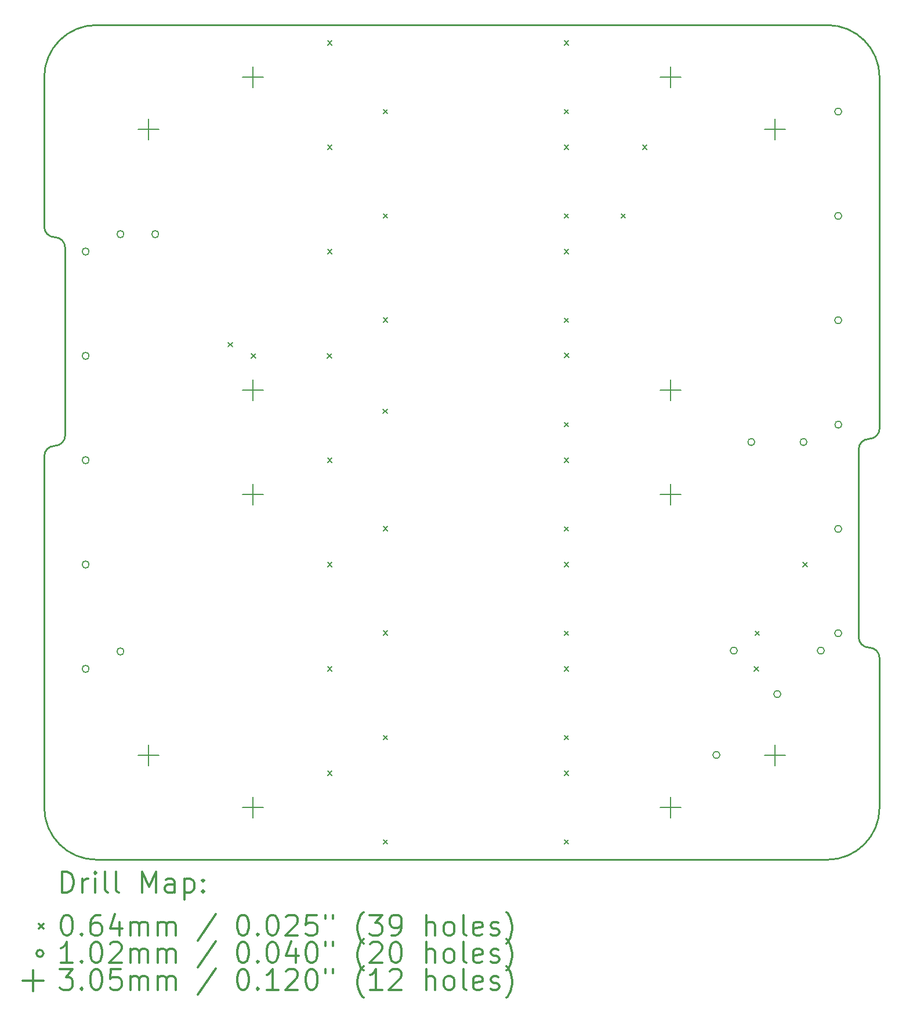
<source format=gbr>
%FSLAX45Y45*%
G04 Gerber Fmt 4.5, Leading zero omitted, Abs format (unit mm)*
G04 Created by KiCad (PCBNEW (2014-12-11 BZR 5320)-product) date Fri Dec 19 11:32:45 2014*
%MOMM*%
G01*
G04 APERTURE LIST*
%ADD10C,0.127000*%
%ADD11C,0.254000*%
%ADD12C,0.200000*%
%ADD13C,0.300000*%
G04 APERTURE END LIST*
D10*
D11*
X14732000Y-11785600D02*
G75*
G03X14579600Y-11633200I-152400J0D01*
G01*
X14427200Y-11480800D02*
G75*
G03X14579600Y-11633200I152400J0D01*
G01*
X14579600Y-8585200D02*
G75*
G03X14427200Y-8737600I0J-152400D01*
G01*
X14579600Y-8585200D02*
G75*
G03X14732000Y-8432800I0J152400D01*
G01*
X2540000Y-5486400D02*
G75*
G03X2692400Y-5638800I152400J0D01*
G01*
X2844800Y-5791200D02*
G75*
G03X2692400Y-5638800I-152400J0D01*
G01*
X2692400Y-8686800D02*
G75*
G03X2540000Y-8839200I0J-152400D01*
G01*
X2692400Y-8686800D02*
G75*
G03X2844800Y-8534400I0J152400D01*
G01*
X14732000Y-8432800D02*
X14732000Y-3302000D01*
X14732000Y-11785600D02*
X14732000Y-13970000D01*
X2540000Y-8839200D02*
X2540000Y-13970000D01*
X2540000Y-5486400D02*
X2540000Y-3302000D01*
X14427200Y-10109200D02*
X14427200Y-11480800D01*
X14427200Y-10109200D02*
X14427200Y-8737600D01*
X2844800Y-7162800D02*
X2844800Y-8534400D01*
X2844800Y-7162800D02*
X2844800Y-5791200D01*
X13970000Y-14732000D02*
X3302000Y-14732000D01*
X3302000Y-2540000D02*
X13970000Y-2540000D01*
X2540000Y-13970000D02*
G75*
G03X3302000Y-14732000I762000J0D01*
G01*
X14732000Y-3302000D02*
G75*
G03X13970000Y-2540000I-762000J0D01*
G01*
X3302000Y-2540000D02*
G75*
G03X2540000Y-3302000I0J-762000D01*
G01*
X13970000Y-14732000D02*
G75*
G03X14732000Y-13970000I0J762000D01*
G01*
D12*
X5224780Y-7175500D02*
X5288280Y-7239000D01*
X5288280Y-7175500D02*
X5224780Y-7239000D01*
X5562600Y-7340600D02*
X5626100Y-7404100D01*
X5626100Y-7340600D02*
X5562600Y-7404100D01*
X6672580Y-7340600D02*
X6736080Y-7404100D01*
X6736080Y-7340600D02*
X6672580Y-7404100D01*
X6673850Y-2767330D02*
X6737350Y-2830830D01*
X6737350Y-2767330D02*
X6673850Y-2830830D01*
X6673850Y-4291330D02*
X6737350Y-4354830D01*
X6737350Y-4291330D02*
X6673850Y-4354830D01*
X6673850Y-5815330D02*
X6737350Y-5878830D01*
X6737350Y-5815330D02*
X6673850Y-5878830D01*
X6673850Y-8863330D02*
X6737350Y-8926830D01*
X6737350Y-8863330D02*
X6673850Y-8926830D01*
X6673850Y-10387330D02*
X6737350Y-10450830D01*
X6737350Y-10387330D02*
X6673850Y-10450830D01*
X6673850Y-11911330D02*
X6737350Y-11974830D01*
X6737350Y-11911330D02*
X6673850Y-11974830D01*
X6673850Y-13435330D02*
X6737350Y-13498830D01*
X6737350Y-13435330D02*
X6673850Y-13498830D01*
X7485380Y-8149590D02*
X7548880Y-8213090D01*
X7548880Y-8149590D02*
X7485380Y-8213090D01*
X7486650Y-3773170D02*
X7550150Y-3836670D01*
X7550150Y-3773170D02*
X7486650Y-3836670D01*
X7486650Y-5297170D02*
X7550150Y-5360670D01*
X7550150Y-5297170D02*
X7486650Y-5360670D01*
X7486650Y-6816090D02*
X7550150Y-6879590D01*
X7550150Y-6816090D02*
X7486650Y-6879590D01*
X7486650Y-9864090D02*
X7550150Y-9927590D01*
X7550150Y-9864090D02*
X7486650Y-9927590D01*
X7486650Y-11388090D02*
X7550150Y-11451590D01*
X7550150Y-11388090D02*
X7486650Y-11451590D01*
X7486650Y-12917170D02*
X7550150Y-12980670D01*
X7550150Y-12917170D02*
X7486650Y-12980670D01*
X7486650Y-14441170D02*
X7550150Y-14504670D01*
X7550150Y-14441170D02*
X7486650Y-14504670D01*
X10128250Y-2767330D02*
X10191750Y-2830830D01*
X10191750Y-2767330D02*
X10128250Y-2830830D01*
X10128250Y-3773170D02*
X10191750Y-3836670D01*
X10191750Y-3773170D02*
X10128250Y-3836670D01*
X10128250Y-4291330D02*
X10191750Y-4354830D01*
X10191750Y-4291330D02*
X10128250Y-4354830D01*
X10128250Y-5297170D02*
X10191750Y-5360670D01*
X10191750Y-5297170D02*
X10128250Y-5360670D01*
X10128250Y-5815330D02*
X10191750Y-5878830D01*
X10191750Y-5815330D02*
X10128250Y-5878830D01*
X10128250Y-6821170D02*
X10191750Y-6884670D01*
X10191750Y-6821170D02*
X10128250Y-6884670D01*
X10128250Y-8345170D02*
X10191750Y-8408670D01*
X10191750Y-8345170D02*
X10128250Y-8408670D01*
X10128250Y-8863330D02*
X10191750Y-8926830D01*
X10191750Y-8863330D02*
X10128250Y-8926830D01*
X10128250Y-9869170D02*
X10191750Y-9932670D01*
X10191750Y-9869170D02*
X10128250Y-9932670D01*
X10128250Y-10387330D02*
X10191750Y-10450830D01*
X10191750Y-10387330D02*
X10128250Y-10450830D01*
X10128250Y-11393170D02*
X10191750Y-11456670D01*
X10191750Y-11393170D02*
X10128250Y-11456670D01*
X10128250Y-11911330D02*
X10191750Y-11974830D01*
X10191750Y-11911330D02*
X10128250Y-11974830D01*
X10128250Y-12917170D02*
X10191750Y-12980670D01*
X10191750Y-12917170D02*
X10128250Y-12980670D01*
X10128250Y-13435330D02*
X10191750Y-13498830D01*
X10191750Y-13435330D02*
X10128250Y-13498830D01*
X10128250Y-14441170D02*
X10191750Y-14504670D01*
X10191750Y-14441170D02*
X10128250Y-14504670D01*
X10133330Y-7334250D02*
X10196830Y-7397750D01*
X10196830Y-7334250D02*
X10133330Y-7397750D01*
X10961370Y-5297170D02*
X11024870Y-5360670D01*
X11024870Y-5297170D02*
X10961370Y-5360670D01*
X11271250Y-4291330D02*
X11334750Y-4354830D01*
X11334750Y-4291330D02*
X11271250Y-4354830D01*
X12904470Y-11912600D02*
X12967970Y-11976100D01*
X12967970Y-11912600D02*
X12904470Y-11976100D01*
X12915900Y-11391900D02*
X12979400Y-11455400D01*
X12979400Y-11391900D02*
X12915900Y-11455400D01*
X13614400Y-10388600D02*
X13677900Y-10452100D01*
X13677900Y-10388600D02*
X13614400Y-10452100D01*
X3194050Y-5848350D02*
G75*
G03X3194050Y-5848350I-50800J0D01*
G01*
X3194050Y-7372350D02*
G75*
G03X3194050Y-7372350I-50800J0D01*
G01*
X3194050Y-8896350D02*
G75*
G03X3194050Y-8896350I-50800J0D01*
G01*
X3194050Y-10420350D02*
G75*
G03X3194050Y-10420350I-50800J0D01*
G01*
X3194050Y-11944350D02*
G75*
G03X3194050Y-11944350I-50800J0D01*
G01*
X3702050Y-5594350D02*
G75*
G03X3702050Y-5594350I-50800J0D01*
G01*
X3702050Y-11690350D02*
G75*
G03X3702050Y-11690350I-50800J0D01*
G01*
X4210050Y-5594350D02*
G75*
G03X4210050Y-5594350I-50800J0D01*
G01*
X12401550Y-13201650D02*
G75*
G03X12401550Y-13201650I-50800J0D01*
G01*
X12655550Y-11677650D02*
G75*
G03X12655550Y-11677650I-50800J0D01*
G01*
X12910820Y-8630920D02*
G75*
G03X12910820Y-8630920I-50800J0D01*
G01*
X13290550Y-12312650D02*
G75*
G03X13290550Y-12312650I-50800J0D01*
G01*
X13672820Y-8630920D02*
G75*
G03X13672820Y-8630920I-50800J0D01*
G01*
X13925550Y-11677650D02*
G75*
G03X13925550Y-11677650I-50800J0D01*
G01*
X14179550Y-3803650D02*
G75*
G03X14179550Y-3803650I-50800J0D01*
G01*
X14179550Y-5327650D02*
G75*
G03X14179550Y-5327650I-50800J0D01*
G01*
X14179550Y-6851650D02*
G75*
G03X14179550Y-6851650I-50800J0D01*
G01*
X14179550Y-9899650D02*
G75*
G03X14179550Y-9899650I-50800J0D01*
G01*
X14179550Y-11423650D02*
G75*
G03X14179550Y-11423650I-50800J0D01*
G01*
X14180820Y-8376920D02*
G75*
G03X14180820Y-8376920I-50800J0D01*
G01*
X4064000Y-3911600D02*
X4064000Y-4216400D01*
X3911600Y-4064000D02*
X4216400Y-4064000D01*
X4064000Y-13055600D02*
X4064000Y-13360400D01*
X3911600Y-13208000D02*
X4216400Y-13208000D01*
X5588000Y-3149600D02*
X5588000Y-3454400D01*
X5435600Y-3302000D02*
X5740400Y-3302000D01*
X5588000Y-7721600D02*
X5588000Y-8026400D01*
X5435600Y-7874000D02*
X5740400Y-7874000D01*
X5588000Y-9245600D02*
X5588000Y-9550400D01*
X5435600Y-9398000D02*
X5740400Y-9398000D01*
X5588000Y-13817600D02*
X5588000Y-14122400D01*
X5435600Y-13970000D02*
X5740400Y-13970000D01*
X11684000Y-3149600D02*
X11684000Y-3454400D01*
X11531600Y-3302000D02*
X11836400Y-3302000D01*
X11684000Y-7721600D02*
X11684000Y-8026400D01*
X11531600Y-7874000D02*
X11836400Y-7874000D01*
X11684000Y-9245600D02*
X11684000Y-9550400D01*
X11531600Y-9398000D02*
X11836400Y-9398000D01*
X11684000Y-13817600D02*
X11684000Y-14122400D01*
X11531600Y-13970000D02*
X11836400Y-13970000D01*
X13208000Y-3911600D02*
X13208000Y-4216400D01*
X13055600Y-4064000D02*
X13360400Y-4064000D01*
X13208000Y-13055600D02*
X13208000Y-13360400D01*
X13055600Y-13208000D02*
X13360400Y-13208000D01*
D13*
X2798728Y-15210414D02*
X2798728Y-14910414D01*
X2870157Y-14910414D01*
X2913014Y-14924700D01*
X2941586Y-14953271D01*
X2955871Y-14981843D01*
X2970157Y-15038986D01*
X2970157Y-15081843D01*
X2955871Y-15138986D01*
X2941586Y-15167557D01*
X2913014Y-15196129D01*
X2870157Y-15210414D01*
X2798728Y-15210414D01*
X3098728Y-15210414D02*
X3098728Y-15010414D01*
X3098728Y-15067557D02*
X3113014Y-15038986D01*
X3127300Y-15024700D01*
X3155871Y-15010414D01*
X3184443Y-15010414D01*
X3284443Y-15210414D02*
X3284443Y-15010414D01*
X3284443Y-14910414D02*
X3270157Y-14924700D01*
X3284443Y-14938986D01*
X3298728Y-14924700D01*
X3284443Y-14910414D01*
X3284443Y-14938986D01*
X3470157Y-15210414D02*
X3441586Y-15196129D01*
X3427300Y-15167557D01*
X3427300Y-14910414D01*
X3627300Y-15210414D02*
X3598728Y-15196129D01*
X3584443Y-15167557D01*
X3584443Y-14910414D01*
X3970157Y-15210414D02*
X3970157Y-14910414D01*
X4070157Y-15124700D01*
X4170157Y-14910414D01*
X4170157Y-15210414D01*
X4441586Y-15210414D02*
X4441586Y-15053271D01*
X4427300Y-15024700D01*
X4398729Y-15010414D01*
X4341586Y-15010414D01*
X4313014Y-15024700D01*
X4441586Y-15196129D02*
X4413014Y-15210414D01*
X4341586Y-15210414D01*
X4313014Y-15196129D01*
X4298729Y-15167557D01*
X4298729Y-15138986D01*
X4313014Y-15110414D01*
X4341586Y-15096129D01*
X4413014Y-15096129D01*
X4441586Y-15081843D01*
X4584443Y-15010414D02*
X4584443Y-15310414D01*
X4584443Y-15024700D02*
X4613014Y-15010414D01*
X4670157Y-15010414D01*
X4698729Y-15024700D01*
X4713014Y-15038986D01*
X4727300Y-15067557D01*
X4727300Y-15153271D01*
X4713014Y-15181843D01*
X4698729Y-15196129D01*
X4670157Y-15210414D01*
X4613014Y-15210414D01*
X4584443Y-15196129D01*
X4855871Y-15181843D02*
X4870157Y-15196129D01*
X4855871Y-15210414D01*
X4841586Y-15196129D01*
X4855871Y-15181843D01*
X4855871Y-15210414D01*
X4855871Y-15024700D02*
X4870157Y-15038986D01*
X4855871Y-15053271D01*
X4841586Y-15038986D01*
X4855871Y-15024700D01*
X4855871Y-15053271D01*
X2463800Y-15672950D02*
X2527300Y-15736450D01*
X2527300Y-15672950D02*
X2463800Y-15736450D01*
X2855871Y-15540414D02*
X2884443Y-15540414D01*
X2913014Y-15554700D01*
X2927300Y-15568986D01*
X2941586Y-15597557D01*
X2955871Y-15654700D01*
X2955871Y-15726129D01*
X2941586Y-15783271D01*
X2927300Y-15811843D01*
X2913014Y-15826129D01*
X2884443Y-15840414D01*
X2855871Y-15840414D01*
X2827300Y-15826129D01*
X2813014Y-15811843D01*
X2798728Y-15783271D01*
X2784443Y-15726129D01*
X2784443Y-15654700D01*
X2798728Y-15597557D01*
X2813014Y-15568986D01*
X2827300Y-15554700D01*
X2855871Y-15540414D01*
X3084443Y-15811843D02*
X3098728Y-15826129D01*
X3084443Y-15840414D01*
X3070157Y-15826129D01*
X3084443Y-15811843D01*
X3084443Y-15840414D01*
X3355871Y-15540414D02*
X3298728Y-15540414D01*
X3270157Y-15554700D01*
X3255871Y-15568986D01*
X3227300Y-15611843D01*
X3213014Y-15668986D01*
X3213014Y-15783271D01*
X3227300Y-15811843D01*
X3241586Y-15826129D01*
X3270157Y-15840414D01*
X3327300Y-15840414D01*
X3355871Y-15826129D01*
X3370157Y-15811843D01*
X3384443Y-15783271D01*
X3384443Y-15711843D01*
X3370157Y-15683271D01*
X3355871Y-15668986D01*
X3327300Y-15654700D01*
X3270157Y-15654700D01*
X3241586Y-15668986D01*
X3227300Y-15683271D01*
X3213014Y-15711843D01*
X3641586Y-15640414D02*
X3641586Y-15840414D01*
X3570157Y-15526129D02*
X3498728Y-15740414D01*
X3684443Y-15740414D01*
X3798728Y-15840414D02*
X3798728Y-15640414D01*
X3798728Y-15668986D02*
X3813014Y-15654700D01*
X3841586Y-15640414D01*
X3884443Y-15640414D01*
X3913014Y-15654700D01*
X3927300Y-15683271D01*
X3927300Y-15840414D01*
X3927300Y-15683271D02*
X3941586Y-15654700D01*
X3970157Y-15640414D01*
X4013014Y-15640414D01*
X4041586Y-15654700D01*
X4055871Y-15683271D01*
X4055871Y-15840414D01*
X4198729Y-15840414D02*
X4198729Y-15640414D01*
X4198729Y-15668986D02*
X4213014Y-15654700D01*
X4241586Y-15640414D01*
X4284443Y-15640414D01*
X4313014Y-15654700D01*
X4327300Y-15683271D01*
X4327300Y-15840414D01*
X4327300Y-15683271D02*
X4341586Y-15654700D01*
X4370157Y-15640414D01*
X4413014Y-15640414D01*
X4441586Y-15654700D01*
X4455871Y-15683271D01*
X4455871Y-15840414D01*
X5041586Y-15526129D02*
X4784443Y-15911843D01*
X5427300Y-15540414D02*
X5455871Y-15540414D01*
X5484443Y-15554700D01*
X5498728Y-15568986D01*
X5513014Y-15597557D01*
X5527300Y-15654700D01*
X5527300Y-15726129D01*
X5513014Y-15783271D01*
X5498728Y-15811843D01*
X5484443Y-15826129D01*
X5455871Y-15840414D01*
X5427300Y-15840414D01*
X5398728Y-15826129D01*
X5384443Y-15811843D01*
X5370157Y-15783271D01*
X5355871Y-15726129D01*
X5355871Y-15654700D01*
X5370157Y-15597557D01*
X5384443Y-15568986D01*
X5398728Y-15554700D01*
X5427300Y-15540414D01*
X5655871Y-15811843D02*
X5670157Y-15826129D01*
X5655871Y-15840414D01*
X5641586Y-15826129D01*
X5655871Y-15811843D01*
X5655871Y-15840414D01*
X5855871Y-15540414D02*
X5884443Y-15540414D01*
X5913014Y-15554700D01*
X5927300Y-15568986D01*
X5941585Y-15597557D01*
X5955871Y-15654700D01*
X5955871Y-15726129D01*
X5941585Y-15783271D01*
X5927300Y-15811843D01*
X5913014Y-15826129D01*
X5884443Y-15840414D01*
X5855871Y-15840414D01*
X5827300Y-15826129D01*
X5813014Y-15811843D01*
X5798728Y-15783271D01*
X5784443Y-15726129D01*
X5784443Y-15654700D01*
X5798728Y-15597557D01*
X5813014Y-15568986D01*
X5827300Y-15554700D01*
X5855871Y-15540414D01*
X6070157Y-15568986D02*
X6084443Y-15554700D01*
X6113014Y-15540414D01*
X6184443Y-15540414D01*
X6213014Y-15554700D01*
X6227300Y-15568986D01*
X6241585Y-15597557D01*
X6241585Y-15626129D01*
X6227300Y-15668986D01*
X6055871Y-15840414D01*
X6241585Y-15840414D01*
X6513014Y-15540414D02*
X6370157Y-15540414D01*
X6355871Y-15683271D01*
X6370157Y-15668986D01*
X6398728Y-15654700D01*
X6470157Y-15654700D01*
X6498728Y-15668986D01*
X6513014Y-15683271D01*
X6527300Y-15711843D01*
X6527300Y-15783271D01*
X6513014Y-15811843D01*
X6498728Y-15826129D01*
X6470157Y-15840414D01*
X6398728Y-15840414D01*
X6370157Y-15826129D01*
X6355871Y-15811843D01*
X6641586Y-15540414D02*
X6641586Y-15597557D01*
X6755871Y-15540414D02*
X6755871Y-15597557D01*
X7198728Y-15954700D02*
X7184443Y-15940414D01*
X7155871Y-15897557D01*
X7141585Y-15868986D01*
X7127300Y-15826129D01*
X7113014Y-15754700D01*
X7113014Y-15697557D01*
X7127300Y-15626129D01*
X7141585Y-15583271D01*
X7155871Y-15554700D01*
X7184443Y-15511843D01*
X7198728Y-15497557D01*
X7284443Y-15540414D02*
X7470157Y-15540414D01*
X7370157Y-15654700D01*
X7413014Y-15654700D01*
X7441585Y-15668986D01*
X7455871Y-15683271D01*
X7470157Y-15711843D01*
X7470157Y-15783271D01*
X7455871Y-15811843D01*
X7441585Y-15826129D01*
X7413014Y-15840414D01*
X7327300Y-15840414D01*
X7298728Y-15826129D01*
X7284443Y-15811843D01*
X7613014Y-15840414D02*
X7670157Y-15840414D01*
X7698728Y-15826129D01*
X7713014Y-15811843D01*
X7741585Y-15768986D01*
X7755871Y-15711843D01*
X7755871Y-15597557D01*
X7741585Y-15568986D01*
X7727300Y-15554700D01*
X7698728Y-15540414D01*
X7641585Y-15540414D01*
X7613014Y-15554700D01*
X7598728Y-15568986D01*
X7584443Y-15597557D01*
X7584443Y-15668986D01*
X7598728Y-15697557D01*
X7613014Y-15711843D01*
X7641585Y-15726129D01*
X7698728Y-15726129D01*
X7727300Y-15711843D01*
X7741585Y-15697557D01*
X7755871Y-15668986D01*
X8113014Y-15840414D02*
X8113014Y-15540414D01*
X8241585Y-15840414D02*
X8241585Y-15683271D01*
X8227300Y-15654700D01*
X8198728Y-15640414D01*
X8155871Y-15640414D01*
X8127300Y-15654700D01*
X8113014Y-15668986D01*
X8427300Y-15840414D02*
X8398728Y-15826129D01*
X8384443Y-15811843D01*
X8370157Y-15783271D01*
X8370157Y-15697557D01*
X8384443Y-15668986D01*
X8398728Y-15654700D01*
X8427300Y-15640414D01*
X8470157Y-15640414D01*
X8498728Y-15654700D01*
X8513014Y-15668986D01*
X8527300Y-15697557D01*
X8527300Y-15783271D01*
X8513014Y-15811843D01*
X8498728Y-15826129D01*
X8470157Y-15840414D01*
X8427300Y-15840414D01*
X8698728Y-15840414D02*
X8670157Y-15826129D01*
X8655871Y-15797557D01*
X8655871Y-15540414D01*
X8927300Y-15826129D02*
X8898729Y-15840414D01*
X8841586Y-15840414D01*
X8813014Y-15826129D01*
X8798729Y-15797557D01*
X8798729Y-15683271D01*
X8813014Y-15654700D01*
X8841586Y-15640414D01*
X8898729Y-15640414D01*
X8927300Y-15654700D01*
X8941586Y-15683271D01*
X8941586Y-15711843D01*
X8798729Y-15740414D01*
X9055871Y-15826129D02*
X9084443Y-15840414D01*
X9141586Y-15840414D01*
X9170157Y-15826129D01*
X9184443Y-15797557D01*
X9184443Y-15783271D01*
X9170157Y-15754700D01*
X9141586Y-15740414D01*
X9098729Y-15740414D01*
X9070157Y-15726129D01*
X9055871Y-15697557D01*
X9055871Y-15683271D01*
X9070157Y-15654700D01*
X9098729Y-15640414D01*
X9141586Y-15640414D01*
X9170157Y-15654700D01*
X9284443Y-15954700D02*
X9298729Y-15940414D01*
X9327300Y-15897557D01*
X9341586Y-15868986D01*
X9355871Y-15826129D01*
X9370157Y-15754700D01*
X9370157Y-15697557D01*
X9355871Y-15626129D01*
X9341586Y-15583271D01*
X9327300Y-15554700D01*
X9298729Y-15511843D01*
X9284443Y-15497557D01*
X2527300Y-16100700D02*
G75*
G03X2527300Y-16100700I-50800J0D01*
G01*
X2955871Y-16236414D02*
X2784443Y-16236414D01*
X2870157Y-16236414D02*
X2870157Y-15936414D01*
X2841586Y-15979271D01*
X2813014Y-16007843D01*
X2784443Y-16022129D01*
X3084443Y-16207843D02*
X3098728Y-16222129D01*
X3084443Y-16236414D01*
X3070157Y-16222129D01*
X3084443Y-16207843D01*
X3084443Y-16236414D01*
X3284443Y-15936414D02*
X3313014Y-15936414D01*
X3341586Y-15950700D01*
X3355871Y-15964986D01*
X3370157Y-15993557D01*
X3384443Y-16050700D01*
X3384443Y-16122129D01*
X3370157Y-16179271D01*
X3355871Y-16207843D01*
X3341586Y-16222129D01*
X3313014Y-16236414D01*
X3284443Y-16236414D01*
X3255871Y-16222129D01*
X3241586Y-16207843D01*
X3227300Y-16179271D01*
X3213014Y-16122129D01*
X3213014Y-16050700D01*
X3227300Y-15993557D01*
X3241586Y-15964986D01*
X3255871Y-15950700D01*
X3284443Y-15936414D01*
X3498728Y-15964986D02*
X3513014Y-15950700D01*
X3541586Y-15936414D01*
X3613014Y-15936414D01*
X3641586Y-15950700D01*
X3655871Y-15964986D01*
X3670157Y-15993557D01*
X3670157Y-16022129D01*
X3655871Y-16064986D01*
X3484443Y-16236414D01*
X3670157Y-16236414D01*
X3798728Y-16236414D02*
X3798728Y-16036414D01*
X3798728Y-16064986D02*
X3813014Y-16050700D01*
X3841586Y-16036414D01*
X3884443Y-16036414D01*
X3913014Y-16050700D01*
X3927300Y-16079271D01*
X3927300Y-16236414D01*
X3927300Y-16079271D02*
X3941586Y-16050700D01*
X3970157Y-16036414D01*
X4013014Y-16036414D01*
X4041586Y-16050700D01*
X4055871Y-16079271D01*
X4055871Y-16236414D01*
X4198729Y-16236414D02*
X4198729Y-16036414D01*
X4198729Y-16064986D02*
X4213014Y-16050700D01*
X4241586Y-16036414D01*
X4284443Y-16036414D01*
X4313014Y-16050700D01*
X4327300Y-16079271D01*
X4327300Y-16236414D01*
X4327300Y-16079271D02*
X4341586Y-16050700D01*
X4370157Y-16036414D01*
X4413014Y-16036414D01*
X4441586Y-16050700D01*
X4455871Y-16079271D01*
X4455871Y-16236414D01*
X5041586Y-15922129D02*
X4784443Y-16307843D01*
X5427300Y-15936414D02*
X5455871Y-15936414D01*
X5484443Y-15950700D01*
X5498728Y-15964986D01*
X5513014Y-15993557D01*
X5527300Y-16050700D01*
X5527300Y-16122129D01*
X5513014Y-16179271D01*
X5498728Y-16207843D01*
X5484443Y-16222129D01*
X5455871Y-16236414D01*
X5427300Y-16236414D01*
X5398728Y-16222129D01*
X5384443Y-16207843D01*
X5370157Y-16179271D01*
X5355871Y-16122129D01*
X5355871Y-16050700D01*
X5370157Y-15993557D01*
X5384443Y-15964986D01*
X5398728Y-15950700D01*
X5427300Y-15936414D01*
X5655871Y-16207843D02*
X5670157Y-16222129D01*
X5655871Y-16236414D01*
X5641586Y-16222129D01*
X5655871Y-16207843D01*
X5655871Y-16236414D01*
X5855871Y-15936414D02*
X5884443Y-15936414D01*
X5913014Y-15950700D01*
X5927300Y-15964986D01*
X5941585Y-15993557D01*
X5955871Y-16050700D01*
X5955871Y-16122129D01*
X5941585Y-16179271D01*
X5927300Y-16207843D01*
X5913014Y-16222129D01*
X5884443Y-16236414D01*
X5855871Y-16236414D01*
X5827300Y-16222129D01*
X5813014Y-16207843D01*
X5798728Y-16179271D01*
X5784443Y-16122129D01*
X5784443Y-16050700D01*
X5798728Y-15993557D01*
X5813014Y-15964986D01*
X5827300Y-15950700D01*
X5855871Y-15936414D01*
X6213014Y-16036414D02*
X6213014Y-16236414D01*
X6141585Y-15922129D02*
X6070157Y-16136414D01*
X6255871Y-16136414D01*
X6427300Y-15936414D02*
X6455871Y-15936414D01*
X6484443Y-15950700D01*
X6498728Y-15964986D01*
X6513014Y-15993557D01*
X6527300Y-16050700D01*
X6527300Y-16122129D01*
X6513014Y-16179271D01*
X6498728Y-16207843D01*
X6484443Y-16222129D01*
X6455871Y-16236414D01*
X6427300Y-16236414D01*
X6398728Y-16222129D01*
X6384443Y-16207843D01*
X6370157Y-16179271D01*
X6355871Y-16122129D01*
X6355871Y-16050700D01*
X6370157Y-15993557D01*
X6384443Y-15964986D01*
X6398728Y-15950700D01*
X6427300Y-15936414D01*
X6641586Y-15936414D02*
X6641586Y-15993557D01*
X6755871Y-15936414D02*
X6755871Y-15993557D01*
X7198728Y-16350700D02*
X7184443Y-16336414D01*
X7155871Y-16293557D01*
X7141585Y-16264986D01*
X7127300Y-16222129D01*
X7113014Y-16150700D01*
X7113014Y-16093557D01*
X7127300Y-16022129D01*
X7141585Y-15979271D01*
X7155871Y-15950700D01*
X7184443Y-15907843D01*
X7198728Y-15893557D01*
X7298728Y-15964986D02*
X7313014Y-15950700D01*
X7341585Y-15936414D01*
X7413014Y-15936414D01*
X7441585Y-15950700D01*
X7455871Y-15964986D01*
X7470157Y-15993557D01*
X7470157Y-16022129D01*
X7455871Y-16064986D01*
X7284443Y-16236414D01*
X7470157Y-16236414D01*
X7655871Y-15936414D02*
X7684443Y-15936414D01*
X7713014Y-15950700D01*
X7727300Y-15964986D01*
X7741585Y-15993557D01*
X7755871Y-16050700D01*
X7755871Y-16122129D01*
X7741585Y-16179271D01*
X7727300Y-16207843D01*
X7713014Y-16222129D01*
X7684443Y-16236414D01*
X7655871Y-16236414D01*
X7627300Y-16222129D01*
X7613014Y-16207843D01*
X7598728Y-16179271D01*
X7584443Y-16122129D01*
X7584443Y-16050700D01*
X7598728Y-15993557D01*
X7613014Y-15964986D01*
X7627300Y-15950700D01*
X7655871Y-15936414D01*
X8113014Y-16236414D02*
X8113014Y-15936414D01*
X8241585Y-16236414D02*
X8241585Y-16079271D01*
X8227300Y-16050700D01*
X8198728Y-16036414D01*
X8155871Y-16036414D01*
X8127300Y-16050700D01*
X8113014Y-16064986D01*
X8427300Y-16236414D02*
X8398728Y-16222129D01*
X8384443Y-16207843D01*
X8370157Y-16179271D01*
X8370157Y-16093557D01*
X8384443Y-16064986D01*
X8398728Y-16050700D01*
X8427300Y-16036414D01*
X8470157Y-16036414D01*
X8498728Y-16050700D01*
X8513014Y-16064986D01*
X8527300Y-16093557D01*
X8527300Y-16179271D01*
X8513014Y-16207843D01*
X8498728Y-16222129D01*
X8470157Y-16236414D01*
X8427300Y-16236414D01*
X8698728Y-16236414D02*
X8670157Y-16222129D01*
X8655871Y-16193557D01*
X8655871Y-15936414D01*
X8927300Y-16222129D02*
X8898729Y-16236414D01*
X8841586Y-16236414D01*
X8813014Y-16222129D01*
X8798729Y-16193557D01*
X8798729Y-16079271D01*
X8813014Y-16050700D01*
X8841586Y-16036414D01*
X8898729Y-16036414D01*
X8927300Y-16050700D01*
X8941586Y-16079271D01*
X8941586Y-16107843D01*
X8798729Y-16136414D01*
X9055871Y-16222129D02*
X9084443Y-16236414D01*
X9141586Y-16236414D01*
X9170157Y-16222129D01*
X9184443Y-16193557D01*
X9184443Y-16179271D01*
X9170157Y-16150700D01*
X9141586Y-16136414D01*
X9098729Y-16136414D01*
X9070157Y-16122129D01*
X9055871Y-16093557D01*
X9055871Y-16079271D01*
X9070157Y-16050700D01*
X9098729Y-16036414D01*
X9141586Y-16036414D01*
X9170157Y-16050700D01*
X9284443Y-16350700D02*
X9298729Y-16336414D01*
X9327300Y-16293557D01*
X9341586Y-16264986D01*
X9355871Y-16222129D01*
X9370157Y-16150700D01*
X9370157Y-16093557D01*
X9355871Y-16022129D01*
X9341586Y-15979271D01*
X9327300Y-15950700D01*
X9298729Y-15907843D01*
X9284443Y-15893557D01*
X2374900Y-16344300D02*
X2374900Y-16649100D01*
X2222500Y-16496700D02*
X2527300Y-16496700D01*
X2770157Y-16332414D02*
X2955871Y-16332414D01*
X2855871Y-16446700D01*
X2898728Y-16446700D01*
X2927300Y-16460986D01*
X2941586Y-16475271D01*
X2955871Y-16503843D01*
X2955871Y-16575271D01*
X2941586Y-16603843D01*
X2927300Y-16618129D01*
X2898728Y-16632414D01*
X2813014Y-16632414D01*
X2784443Y-16618129D01*
X2770157Y-16603843D01*
X3084443Y-16603843D02*
X3098728Y-16618129D01*
X3084443Y-16632414D01*
X3070157Y-16618129D01*
X3084443Y-16603843D01*
X3084443Y-16632414D01*
X3284443Y-16332414D02*
X3313014Y-16332414D01*
X3341586Y-16346700D01*
X3355871Y-16360986D01*
X3370157Y-16389557D01*
X3384443Y-16446700D01*
X3384443Y-16518129D01*
X3370157Y-16575271D01*
X3355871Y-16603843D01*
X3341586Y-16618129D01*
X3313014Y-16632414D01*
X3284443Y-16632414D01*
X3255871Y-16618129D01*
X3241586Y-16603843D01*
X3227300Y-16575271D01*
X3213014Y-16518129D01*
X3213014Y-16446700D01*
X3227300Y-16389557D01*
X3241586Y-16360986D01*
X3255871Y-16346700D01*
X3284443Y-16332414D01*
X3655871Y-16332414D02*
X3513014Y-16332414D01*
X3498728Y-16475271D01*
X3513014Y-16460986D01*
X3541586Y-16446700D01*
X3613014Y-16446700D01*
X3641586Y-16460986D01*
X3655871Y-16475271D01*
X3670157Y-16503843D01*
X3670157Y-16575271D01*
X3655871Y-16603843D01*
X3641586Y-16618129D01*
X3613014Y-16632414D01*
X3541586Y-16632414D01*
X3513014Y-16618129D01*
X3498728Y-16603843D01*
X3798728Y-16632414D02*
X3798728Y-16432414D01*
X3798728Y-16460986D02*
X3813014Y-16446700D01*
X3841586Y-16432414D01*
X3884443Y-16432414D01*
X3913014Y-16446700D01*
X3927300Y-16475271D01*
X3927300Y-16632414D01*
X3927300Y-16475271D02*
X3941586Y-16446700D01*
X3970157Y-16432414D01*
X4013014Y-16432414D01*
X4041586Y-16446700D01*
X4055871Y-16475271D01*
X4055871Y-16632414D01*
X4198729Y-16632414D02*
X4198729Y-16432414D01*
X4198729Y-16460986D02*
X4213014Y-16446700D01*
X4241586Y-16432414D01*
X4284443Y-16432414D01*
X4313014Y-16446700D01*
X4327300Y-16475271D01*
X4327300Y-16632414D01*
X4327300Y-16475271D02*
X4341586Y-16446700D01*
X4370157Y-16432414D01*
X4413014Y-16432414D01*
X4441586Y-16446700D01*
X4455871Y-16475271D01*
X4455871Y-16632414D01*
X5041586Y-16318129D02*
X4784443Y-16703843D01*
X5427300Y-16332414D02*
X5455871Y-16332414D01*
X5484443Y-16346700D01*
X5498728Y-16360986D01*
X5513014Y-16389557D01*
X5527300Y-16446700D01*
X5527300Y-16518129D01*
X5513014Y-16575271D01*
X5498728Y-16603843D01*
X5484443Y-16618129D01*
X5455871Y-16632414D01*
X5427300Y-16632414D01*
X5398728Y-16618129D01*
X5384443Y-16603843D01*
X5370157Y-16575271D01*
X5355871Y-16518129D01*
X5355871Y-16446700D01*
X5370157Y-16389557D01*
X5384443Y-16360986D01*
X5398728Y-16346700D01*
X5427300Y-16332414D01*
X5655871Y-16603843D02*
X5670157Y-16618129D01*
X5655871Y-16632414D01*
X5641586Y-16618129D01*
X5655871Y-16603843D01*
X5655871Y-16632414D01*
X5955871Y-16632414D02*
X5784443Y-16632414D01*
X5870157Y-16632414D02*
X5870157Y-16332414D01*
X5841585Y-16375271D01*
X5813014Y-16403843D01*
X5784443Y-16418129D01*
X6070157Y-16360986D02*
X6084443Y-16346700D01*
X6113014Y-16332414D01*
X6184443Y-16332414D01*
X6213014Y-16346700D01*
X6227300Y-16360986D01*
X6241585Y-16389557D01*
X6241585Y-16418129D01*
X6227300Y-16460986D01*
X6055871Y-16632414D01*
X6241585Y-16632414D01*
X6427300Y-16332414D02*
X6455871Y-16332414D01*
X6484443Y-16346700D01*
X6498728Y-16360986D01*
X6513014Y-16389557D01*
X6527300Y-16446700D01*
X6527300Y-16518129D01*
X6513014Y-16575271D01*
X6498728Y-16603843D01*
X6484443Y-16618129D01*
X6455871Y-16632414D01*
X6427300Y-16632414D01*
X6398728Y-16618129D01*
X6384443Y-16603843D01*
X6370157Y-16575271D01*
X6355871Y-16518129D01*
X6355871Y-16446700D01*
X6370157Y-16389557D01*
X6384443Y-16360986D01*
X6398728Y-16346700D01*
X6427300Y-16332414D01*
X6641586Y-16332414D02*
X6641586Y-16389557D01*
X6755871Y-16332414D02*
X6755871Y-16389557D01*
X7198728Y-16746700D02*
X7184443Y-16732414D01*
X7155871Y-16689557D01*
X7141585Y-16660986D01*
X7127300Y-16618129D01*
X7113014Y-16546700D01*
X7113014Y-16489557D01*
X7127300Y-16418129D01*
X7141585Y-16375271D01*
X7155871Y-16346700D01*
X7184443Y-16303843D01*
X7198728Y-16289557D01*
X7470157Y-16632414D02*
X7298728Y-16632414D01*
X7384443Y-16632414D02*
X7384443Y-16332414D01*
X7355871Y-16375271D01*
X7327300Y-16403843D01*
X7298728Y-16418129D01*
X7584443Y-16360986D02*
X7598728Y-16346700D01*
X7627300Y-16332414D01*
X7698728Y-16332414D01*
X7727300Y-16346700D01*
X7741585Y-16360986D01*
X7755871Y-16389557D01*
X7755871Y-16418129D01*
X7741585Y-16460986D01*
X7570157Y-16632414D01*
X7755871Y-16632414D01*
X8113014Y-16632414D02*
X8113014Y-16332414D01*
X8241585Y-16632414D02*
X8241585Y-16475271D01*
X8227300Y-16446700D01*
X8198728Y-16432414D01*
X8155871Y-16432414D01*
X8127300Y-16446700D01*
X8113014Y-16460986D01*
X8427300Y-16632414D02*
X8398728Y-16618129D01*
X8384443Y-16603843D01*
X8370157Y-16575271D01*
X8370157Y-16489557D01*
X8384443Y-16460986D01*
X8398728Y-16446700D01*
X8427300Y-16432414D01*
X8470157Y-16432414D01*
X8498728Y-16446700D01*
X8513014Y-16460986D01*
X8527300Y-16489557D01*
X8527300Y-16575271D01*
X8513014Y-16603843D01*
X8498728Y-16618129D01*
X8470157Y-16632414D01*
X8427300Y-16632414D01*
X8698728Y-16632414D02*
X8670157Y-16618129D01*
X8655871Y-16589557D01*
X8655871Y-16332414D01*
X8927300Y-16618129D02*
X8898729Y-16632414D01*
X8841586Y-16632414D01*
X8813014Y-16618129D01*
X8798729Y-16589557D01*
X8798729Y-16475271D01*
X8813014Y-16446700D01*
X8841586Y-16432414D01*
X8898729Y-16432414D01*
X8927300Y-16446700D01*
X8941586Y-16475271D01*
X8941586Y-16503843D01*
X8798729Y-16532414D01*
X9055871Y-16618129D02*
X9084443Y-16632414D01*
X9141586Y-16632414D01*
X9170157Y-16618129D01*
X9184443Y-16589557D01*
X9184443Y-16575271D01*
X9170157Y-16546700D01*
X9141586Y-16532414D01*
X9098729Y-16532414D01*
X9070157Y-16518129D01*
X9055871Y-16489557D01*
X9055871Y-16475271D01*
X9070157Y-16446700D01*
X9098729Y-16432414D01*
X9141586Y-16432414D01*
X9170157Y-16446700D01*
X9284443Y-16746700D02*
X9298729Y-16732414D01*
X9327300Y-16689557D01*
X9341586Y-16660986D01*
X9355871Y-16618129D01*
X9370157Y-16546700D01*
X9370157Y-16489557D01*
X9355871Y-16418129D01*
X9341586Y-16375271D01*
X9327300Y-16346700D01*
X9298729Y-16303843D01*
X9284443Y-16289557D01*
M02*

</source>
